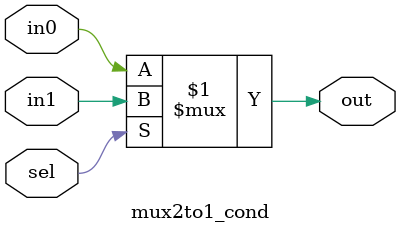
<source format=v>
module   mux2to1_cond(    out,
                          in0,
                          in1,
                          sel);
                        
output           out              ;

input            in0              ;
input            in1              ;
input            sel              ;                        
                      
assign  out = (sel)? in1 : in0    ;

endmodule



</source>
